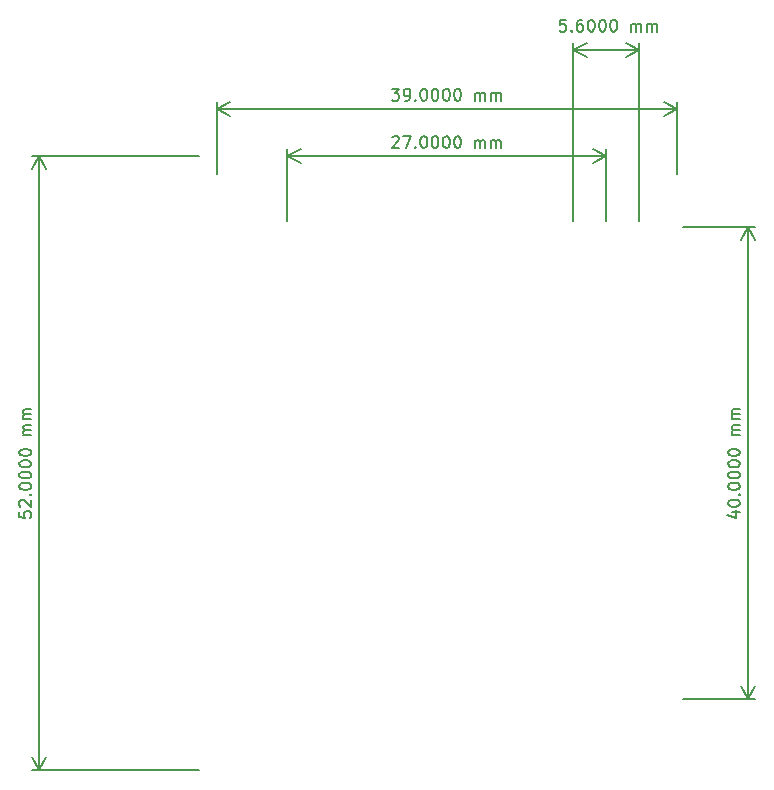
<source format=gbr>
%TF.GenerationSoftware,KiCad,Pcbnew,(6.0.6)*%
%TF.CreationDate,2022-08-24T10:35:02+01:00*%
%TF.ProjectId,board2,626f6172-6432-42e6-9b69-6361645f7063,rev?*%
%TF.SameCoordinates,Original*%
%TF.FileFunction,Other,ECO2*%
%FSLAX46Y46*%
G04 Gerber Fmt 4.6, Leading zero omitted, Abs format (unit mm)*
G04 Created by KiCad (PCBNEW (6.0.6)) date 2022-08-24 10:35:02*
%MOMM*%
%LPD*%
G01*
G04 APERTURE LIST*
%ADD10C,0.150000*%
G04 APERTURE END LIST*
D10*
X85635714Y-99142857D02*
X86302380Y-99142857D01*
X85254761Y-99380952D02*
X85969047Y-99619047D01*
X85969047Y-99000000D01*
X85302380Y-98428571D02*
X85302380Y-98333333D01*
X85350000Y-98238095D01*
X85397619Y-98190476D01*
X85492857Y-98142857D01*
X85683333Y-98095238D01*
X85921428Y-98095238D01*
X86111904Y-98142857D01*
X86207142Y-98190476D01*
X86254761Y-98238095D01*
X86302380Y-98333333D01*
X86302380Y-98428571D01*
X86254761Y-98523809D01*
X86207142Y-98571428D01*
X86111904Y-98619047D01*
X85921428Y-98666666D01*
X85683333Y-98666666D01*
X85492857Y-98619047D01*
X85397619Y-98571428D01*
X85350000Y-98523809D01*
X85302380Y-98428571D01*
X86207142Y-97666666D02*
X86254761Y-97619047D01*
X86302380Y-97666666D01*
X86254761Y-97714285D01*
X86207142Y-97666666D01*
X86302380Y-97666666D01*
X85302380Y-97000000D02*
X85302380Y-96904761D01*
X85350000Y-96809523D01*
X85397619Y-96761904D01*
X85492857Y-96714285D01*
X85683333Y-96666666D01*
X85921428Y-96666666D01*
X86111904Y-96714285D01*
X86207142Y-96761904D01*
X86254761Y-96809523D01*
X86302380Y-96904761D01*
X86302380Y-97000000D01*
X86254761Y-97095238D01*
X86207142Y-97142857D01*
X86111904Y-97190476D01*
X85921428Y-97238095D01*
X85683333Y-97238095D01*
X85492857Y-97190476D01*
X85397619Y-97142857D01*
X85350000Y-97095238D01*
X85302380Y-97000000D01*
X85302380Y-96047619D02*
X85302380Y-95952380D01*
X85350000Y-95857142D01*
X85397619Y-95809523D01*
X85492857Y-95761904D01*
X85683333Y-95714285D01*
X85921428Y-95714285D01*
X86111904Y-95761904D01*
X86207142Y-95809523D01*
X86254761Y-95857142D01*
X86302380Y-95952380D01*
X86302380Y-96047619D01*
X86254761Y-96142857D01*
X86207142Y-96190476D01*
X86111904Y-96238095D01*
X85921428Y-96285714D01*
X85683333Y-96285714D01*
X85492857Y-96238095D01*
X85397619Y-96190476D01*
X85350000Y-96142857D01*
X85302380Y-96047619D01*
X85302380Y-95095238D02*
X85302380Y-95000000D01*
X85350000Y-94904761D01*
X85397619Y-94857142D01*
X85492857Y-94809523D01*
X85683333Y-94761904D01*
X85921428Y-94761904D01*
X86111904Y-94809523D01*
X86207142Y-94857142D01*
X86254761Y-94904761D01*
X86302380Y-95000000D01*
X86302380Y-95095238D01*
X86254761Y-95190476D01*
X86207142Y-95238095D01*
X86111904Y-95285714D01*
X85921428Y-95333333D01*
X85683333Y-95333333D01*
X85492857Y-95285714D01*
X85397619Y-95238095D01*
X85350000Y-95190476D01*
X85302380Y-95095238D01*
X85302380Y-94142857D02*
X85302380Y-94047619D01*
X85350000Y-93952380D01*
X85397619Y-93904761D01*
X85492857Y-93857142D01*
X85683333Y-93809523D01*
X85921428Y-93809523D01*
X86111904Y-93857142D01*
X86207142Y-93904761D01*
X86254761Y-93952380D01*
X86302380Y-94047619D01*
X86302380Y-94142857D01*
X86254761Y-94238095D01*
X86207142Y-94285714D01*
X86111904Y-94333333D01*
X85921428Y-94380952D01*
X85683333Y-94380952D01*
X85492857Y-94333333D01*
X85397619Y-94285714D01*
X85350000Y-94238095D01*
X85302380Y-94142857D01*
X86302380Y-92619047D02*
X85635714Y-92619047D01*
X85730952Y-92619047D02*
X85683333Y-92571428D01*
X85635714Y-92476190D01*
X85635714Y-92333333D01*
X85683333Y-92238095D01*
X85778571Y-92190476D01*
X86302380Y-92190476D01*
X85778571Y-92190476D02*
X85683333Y-92142857D01*
X85635714Y-92047619D01*
X85635714Y-91904761D01*
X85683333Y-91809523D01*
X85778571Y-91761904D01*
X86302380Y-91761904D01*
X86302380Y-91285714D02*
X85635714Y-91285714D01*
X85730952Y-91285714D02*
X85683333Y-91238095D01*
X85635714Y-91142857D01*
X85635714Y-91000000D01*
X85683333Y-90904761D01*
X85778571Y-90857142D01*
X86302380Y-90857142D01*
X85778571Y-90857142D02*
X85683333Y-90809523D01*
X85635714Y-90714285D01*
X85635714Y-90571428D01*
X85683333Y-90476190D01*
X85778571Y-90428571D01*
X86302380Y-90428571D01*
X81500000Y-75000000D02*
X87586420Y-75000000D01*
X81500000Y-115000000D02*
X87586420Y-115000000D01*
X87000000Y-75000000D02*
X87000000Y-115000000D01*
X87000000Y-75000000D02*
X87000000Y-115000000D01*
X87000000Y-75000000D02*
X86413579Y-76126504D01*
X87000000Y-75000000D02*
X87586421Y-76126504D01*
X87000000Y-115000000D02*
X87586421Y-113873496D01*
X87000000Y-115000000D02*
X86413579Y-113873496D01*
X56833333Y-63302380D02*
X57452380Y-63302380D01*
X57119047Y-63683333D01*
X57261904Y-63683333D01*
X57357142Y-63730952D01*
X57404761Y-63778571D01*
X57452380Y-63873809D01*
X57452380Y-64111904D01*
X57404761Y-64207142D01*
X57357142Y-64254761D01*
X57261904Y-64302380D01*
X56976190Y-64302380D01*
X56880952Y-64254761D01*
X56833333Y-64207142D01*
X57928571Y-64302380D02*
X58119047Y-64302380D01*
X58214285Y-64254761D01*
X58261904Y-64207142D01*
X58357142Y-64064285D01*
X58404761Y-63873809D01*
X58404761Y-63492857D01*
X58357142Y-63397619D01*
X58309523Y-63350000D01*
X58214285Y-63302380D01*
X58023809Y-63302380D01*
X57928571Y-63350000D01*
X57880952Y-63397619D01*
X57833333Y-63492857D01*
X57833333Y-63730952D01*
X57880952Y-63826190D01*
X57928571Y-63873809D01*
X58023809Y-63921428D01*
X58214285Y-63921428D01*
X58309523Y-63873809D01*
X58357142Y-63826190D01*
X58404761Y-63730952D01*
X58833333Y-64207142D02*
X58880952Y-64254761D01*
X58833333Y-64302380D01*
X58785714Y-64254761D01*
X58833333Y-64207142D01*
X58833333Y-64302380D01*
X59499999Y-63302380D02*
X59595238Y-63302380D01*
X59690476Y-63350000D01*
X59738095Y-63397619D01*
X59785714Y-63492857D01*
X59833333Y-63683333D01*
X59833333Y-63921428D01*
X59785714Y-64111904D01*
X59738095Y-64207142D01*
X59690476Y-64254761D01*
X59595238Y-64302380D01*
X59499999Y-64302380D01*
X59404761Y-64254761D01*
X59357142Y-64207142D01*
X59309523Y-64111904D01*
X59261904Y-63921428D01*
X59261904Y-63683333D01*
X59309523Y-63492857D01*
X59357142Y-63397619D01*
X59404761Y-63350000D01*
X59499999Y-63302380D01*
X60452380Y-63302380D02*
X60547619Y-63302380D01*
X60642857Y-63350000D01*
X60690476Y-63397619D01*
X60738095Y-63492857D01*
X60785714Y-63683333D01*
X60785714Y-63921428D01*
X60738095Y-64111904D01*
X60690476Y-64207142D01*
X60642857Y-64254761D01*
X60547619Y-64302380D01*
X60452380Y-64302380D01*
X60357142Y-64254761D01*
X60309523Y-64207142D01*
X60261904Y-64111904D01*
X60214285Y-63921428D01*
X60214285Y-63683333D01*
X60261904Y-63492857D01*
X60309523Y-63397619D01*
X60357142Y-63350000D01*
X60452380Y-63302380D01*
X61404761Y-63302380D02*
X61499999Y-63302380D01*
X61595238Y-63350000D01*
X61642857Y-63397619D01*
X61690476Y-63492857D01*
X61738095Y-63683333D01*
X61738095Y-63921428D01*
X61690476Y-64111904D01*
X61642857Y-64207142D01*
X61595238Y-64254761D01*
X61499999Y-64302380D01*
X61404761Y-64302380D01*
X61309523Y-64254761D01*
X61261904Y-64207142D01*
X61214285Y-64111904D01*
X61166666Y-63921428D01*
X61166666Y-63683333D01*
X61214285Y-63492857D01*
X61261904Y-63397619D01*
X61309523Y-63350000D01*
X61404761Y-63302380D01*
X62357142Y-63302380D02*
X62452380Y-63302380D01*
X62547619Y-63350000D01*
X62595238Y-63397619D01*
X62642857Y-63492857D01*
X62690476Y-63683333D01*
X62690476Y-63921428D01*
X62642857Y-64111904D01*
X62595238Y-64207142D01*
X62547619Y-64254761D01*
X62452380Y-64302380D01*
X62357142Y-64302380D01*
X62261904Y-64254761D01*
X62214285Y-64207142D01*
X62166666Y-64111904D01*
X62119047Y-63921428D01*
X62119047Y-63683333D01*
X62166666Y-63492857D01*
X62214285Y-63397619D01*
X62261904Y-63350000D01*
X62357142Y-63302380D01*
X63880952Y-64302380D02*
X63880952Y-63635714D01*
X63880952Y-63730952D02*
X63928571Y-63683333D01*
X64023809Y-63635714D01*
X64166666Y-63635714D01*
X64261904Y-63683333D01*
X64309523Y-63778571D01*
X64309523Y-64302380D01*
X64309523Y-63778571D02*
X64357142Y-63683333D01*
X64452380Y-63635714D01*
X64595238Y-63635714D01*
X64690476Y-63683333D01*
X64738095Y-63778571D01*
X64738095Y-64302380D01*
X65214285Y-64302380D02*
X65214285Y-63635714D01*
X65214285Y-63730952D02*
X65261904Y-63683333D01*
X65357142Y-63635714D01*
X65500000Y-63635714D01*
X65595238Y-63683333D01*
X65642857Y-63778571D01*
X65642857Y-64302380D01*
X65642857Y-63778571D02*
X65690476Y-63683333D01*
X65785714Y-63635714D01*
X65928571Y-63635714D01*
X66023809Y-63683333D01*
X66071428Y-63778571D01*
X66071428Y-64302380D01*
X42000000Y-70500000D02*
X42000000Y-64413580D01*
X81000000Y-70500000D02*
X81000000Y-64413580D01*
X42000000Y-65000000D02*
X81000000Y-65000000D01*
X42000000Y-65000000D02*
X81000000Y-65000000D01*
X42000000Y-65000000D02*
X43126504Y-65586421D01*
X42000000Y-65000000D02*
X43126504Y-64413579D01*
X81000000Y-65000000D02*
X79873496Y-64413579D01*
X81000000Y-65000000D02*
X79873496Y-65586421D01*
X71580952Y-57452380D02*
X71104761Y-57452380D01*
X71057142Y-57928571D01*
X71104761Y-57880952D01*
X71200000Y-57833333D01*
X71438095Y-57833333D01*
X71533333Y-57880952D01*
X71580952Y-57928571D01*
X71628571Y-58023809D01*
X71628571Y-58261904D01*
X71580952Y-58357142D01*
X71533333Y-58404761D01*
X71438095Y-58452380D01*
X71200000Y-58452380D01*
X71104761Y-58404761D01*
X71057142Y-58357142D01*
X72057142Y-58357142D02*
X72104761Y-58404761D01*
X72057142Y-58452380D01*
X72009523Y-58404761D01*
X72057142Y-58357142D01*
X72057142Y-58452380D01*
X72961904Y-57452380D02*
X72771428Y-57452380D01*
X72676190Y-57500000D01*
X72628571Y-57547619D01*
X72533333Y-57690476D01*
X72485714Y-57880952D01*
X72485714Y-58261904D01*
X72533333Y-58357142D01*
X72580952Y-58404761D01*
X72676190Y-58452380D01*
X72866666Y-58452380D01*
X72961904Y-58404761D01*
X73009523Y-58357142D01*
X73057142Y-58261904D01*
X73057142Y-58023809D01*
X73009523Y-57928571D01*
X72961904Y-57880952D01*
X72866666Y-57833333D01*
X72676190Y-57833333D01*
X72580952Y-57880952D01*
X72533333Y-57928571D01*
X72485714Y-58023809D01*
X73676190Y-57452380D02*
X73771428Y-57452380D01*
X73866666Y-57500000D01*
X73914285Y-57547619D01*
X73961904Y-57642857D01*
X74009523Y-57833333D01*
X74009523Y-58071428D01*
X73961904Y-58261904D01*
X73914285Y-58357142D01*
X73866666Y-58404761D01*
X73771428Y-58452380D01*
X73676190Y-58452380D01*
X73580952Y-58404761D01*
X73533333Y-58357142D01*
X73485714Y-58261904D01*
X73438095Y-58071428D01*
X73438095Y-57833333D01*
X73485714Y-57642857D01*
X73533333Y-57547619D01*
X73580952Y-57500000D01*
X73676190Y-57452380D01*
X74628571Y-57452380D02*
X74723809Y-57452380D01*
X74819047Y-57500000D01*
X74866666Y-57547619D01*
X74914285Y-57642857D01*
X74961904Y-57833333D01*
X74961904Y-58071428D01*
X74914285Y-58261904D01*
X74866666Y-58357142D01*
X74819047Y-58404761D01*
X74723809Y-58452380D01*
X74628571Y-58452380D01*
X74533333Y-58404761D01*
X74485714Y-58357142D01*
X74438095Y-58261904D01*
X74390476Y-58071428D01*
X74390476Y-57833333D01*
X74438095Y-57642857D01*
X74485714Y-57547619D01*
X74533333Y-57500000D01*
X74628571Y-57452380D01*
X75580952Y-57452380D02*
X75676190Y-57452380D01*
X75771428Y-57500000D01*
X75819047Y-57547619D01*
X75866666Y-57642857D01*
X75914285Y-57833333D01*
X75914285Y-58071428D01*
X75866666Y-58261904D01*
X75819047Y-58357142D01*
X75771428Y-58404761D01*
X75676190Y-58452380D01*
X75580952Y-58452380D01*
X75485714Y-58404761D01*
X75438095Y-58357142D01*
X75390476Y-58261904D01*
X75342857Y-58071428D01*
X75342857Y-57833333D01*
X75390476Y-57642857D01*
X75438095Y-57547619D01*
X75485714Y-57500000D01*
X75580952Y-57452380D01*
X77104761Y-58452380D02*
X77104761Y-57785714D01*
X77104761Y-57880952D02*
X77152380Y-57833333D01*
X77247619Y-57785714D01*
X77390476Y-57785714D01*
X77485714Y-57833333D01*
X77533333Y-57928571D01*
X77533333Y-58452380D01*
X77533333Y-57928571D02*
X77580952Y-57833333D01*
X77676190Y-57785714D01*
X77819047Y-57785714D01*
X77914285Y-57833333D01*
X77961904Y-57928571D01*
X77961904Y-58452380D01*
X78438095Y-58452380D02*
X78438095Y-57785714D01*
X78438095Y-57880952D02*
X78485714Y-57833333D01*
X78580952Y-57785714D01*
X78723809Y-57785714D01*
X78819047Y-57833333D01*
X78866666Y-57928571D01*
X78866666Y-58452380D01*
X78866666Y-57928571D02*
X78914285Y-57833333D01*
X79009523Y-57785714D01*
X79152380Y-57785714D01*
X79247619Y-57833333D01*
X79295238Y-57928571D01*
X79295238Y-58452380D01*
X72200000Y-74500000D02*
X72200000Y-59413580D01*
X77800000Y-74500000D02*
X77800000Y-59413580D01*
X72200000Y-60000000D02*
X77800000Y-60000000D01*
X72200000Y-60000000D02*
X77800000Y-60000000D01*
X72200000Y-60000000D02*
X73326504Y-60586421D01*
X72200000Y-60000000D02*
X73326504Y-59413579D01*
X77800000Y-60000000D02*
X76673496Y-59413579D01*
X77800000Y-60000000D02*
X76673496Y-60586421D01*
X25302380Y-99095238D02*
X25302380Y-99571428D01*
X25778571Y-99619047D01*
X25730952Y-99571428D01*
X25683333Y-99476190D01*
X25683333Y-99238095D01*
X25730952Y-99142857D01*
X25778571Y-99095238D01*
X25873809Y-99047619D01*
X26111904Y-99047619D01*
X26207142Y-99095238D01*
X26254761Y-99142857D01*
X26302380Y-99238095D01*
X26302380Y-99476190D01*
X26254761Y-99571428D01*
X26207142Y-99619047D01*
X25397619Y-98666666D02*
X25350000Y-98619047D01*
X25302380Y-98523809D01*
X25302380Y-98285714D01*
X25350000Y-98190476D01*
X25397619Y-98142857D01*
X25492857Y-98095238D01*
X25588095Y-98095238D01*
X25730952Y-98142857D01*
X26302380Y-98714285D01*
X26302380Y-98095238D01*
X26207142Y-97666666D02*
X26254761Y-97619047D01*
X26302380Y-97666666D01*
X26254761Y-97714285D01*
X26207142Y-97666666D01*
X26302380Y-97666666D01*
X25302380Y-97000000D02*
X25302380Y-96904761D01*
X25350000Y-96809523D01*
X25397619Y-96761904D01*
X25492857Y-96714285D01*
X25683333Y-96666666D01*
X25921428Y-96666666D01*
X26111904Y-96714285D01*
X26207142Y-96761904D01*
X26254761Y-96809523D01*
X26302380Y-96904761D01*
X26302380Y-97000000D01*
X26254761Y-97095238D01*
X26207142Y-97142857D01*
X26111904Y-97190476D01*
X25921428Y-97238095D01*
X25683333Y-97238095D01*
X25492857Y-97190476D01*
X25397619Y-97142857D01*
X25350000Y-97095238D01*
X25302380Y-97000000D01*
X25302380Y-96047619D02*
X25302380Y-95952380D01*
X25350000Y-95857142D01*
X25397619Y-95809523D01*
X25492857Y-95761904D01*
X25683333Y-95714285D01*
X25921428Y-95714285D01*
X26111904Y-95761904D01*
X26207142Y-95809523D01*
X26254761Y-95857142D01*
X26302380Y-95952380D01*
X26302380Y-96047619D01*
X26254761Y-96142857D01*
X26207142Y-96190476D01*
X26111904Y-96238095D01*
X25921428Y-96285714D01*
X25683333Y-96285714D01*
X25492857Y-96238095D01*
X25397619Y-96190476D01*
X25350000Y-96142857D01*
X25302380Y-96047619D01*
X25302380Y-95095238D02*
X25302380Y-95000000D01*
X25350000Y-94904761D01*
X25397619Y-94857142D01*
X25492857Y-94809523D01*
X25683333Y-94761904D01*
X25921428Y-94761904D01*
X26111904Y-94809523D01*
X26207142Y-94857142D01*
X26254761Y-94904761D01*
X26302380Y-95000000D01*
X26302380Y-95095238D01*
X26254761Y-95190476D01*
X26207142Y-95238095D01*
X26111904Y-95285714D01*
X25921428Y-95333333D01*
X25683333Y-95333333D01*
X25492857Y-95285714D01*
X25397619Y-95238095D01*
X25350000Y-95190476D01*
X25302380Y-95095238D01*
X25302380Y-94142857D02*
X25302380Y-94047619D01*
X25350000Y-93952380D01*
X25397619Y-93904761D01*
X25492857Y-93857142D01*
X25683333Y-93809523D01*
X25921428Y-93809523D01*
X26111904Y-93857142D01*
X26207142Y-93904761D01*
X26254761Y-93952380D01*
X26302380Y-94047619D01*
X26302380Y-94142857D01*
X26254761Y-94238095D01*
X26207142Y-94285714D01*
X26111904Y-94333333D01*
X25921428Y-94380952D01*
X25683333Y-94380952D01*
X25492857Y-94333333D01*
X25397619Y-94285714D01*
X25350000Y-94238095D01*
X25302380Y-94142857D01*
X26302380Y-92619047D02*
X25635714Y-92619047D01*
X25730952Y-92619047D02*
X25683333Y-92571428D01*
X25635714Y-92476190D01*
X25635714Y-92333333D01*
X25683333Y-92238095D01*
X25778571Y-92190476D01*
X26302380Y-92190476D01*
X25778571Y-92190476D02*
X25683333Y-92142857D01*
X25635714Y-92047619D01*
X25635714Y-91904761D01*
X25683333Y-91809523D01*
X25778571Y-91761904D01*
X26302380Y-91761904D01*
X26302380Y-91285714D02*
X25635714Y-91285714D01*
X25730952Y-91285714D02*
X25683333Y-91238095D01*
X25635714Y-91142857D01*
X25635714Y-91000000D01*
X25683333Y-90904761D01*
X25778571Y-90857142D01*
X26302380Y-90857142D01*
X25778571Y-90857142D02*
X25683333Y-90809523D01*
X25635714Y-90714285D01*
X25635714Y-90571428D01*
X25683333Y-90476190D01*
X25778571Y-90428571D01*
X26302380Y-90428571D01*
X40500000Y-69000000D02*
X26413580Y-69000000D01*
X40500000Y-121000000D02*
X26413580Y-121000000D01*
X27000000Y-69000000D02*
X27000000Y-121000000D01*
X27000000Y-69000000D02*
X27000000Y-121000000D01*
X27000000Y-69000000D02*
X26413579Y-70126504D01*
X27000000Y-69000000D02*
X27586421Y-70126504D01*
X27000000Y-121000000D02*
X27586421Y-119873496D01*
X27000000Y-121000000D02*
X26413579Y-119873496D01*
X56880952Y-67397619D02*
X56928571Y-67350000D01*
X57023809Y-67302380D01*
X57261904Y-67302380D01*
X57357142Y-67350000D01*
X57404761Y-67397619D01*
X57452380Y-67492857D01*
X57452380Y-67588095D01*
X57404761Y-67730952D01*
X56833333Y-68302380D01*
X57452380Y-68302380D01*
X57785714Y-67302380D02*
X58452380Y-67302380D01*
X58023809Y-68302380D01*
X58833333Y-68207142D02*
X58880952Y-68254761D01*
X58833333Y-68302380D01*
X58785714Y-68254761D01*
X58833333Y-68207142D01*
X58833333Y-68302380D01*
X59499999Y-67302380D02*
X59595238Y-67302380D01*
X59690476Y-67350000D01*
X59738095Y-67397619D01*
X59785714Y-67492857D01*
X59833333Y-67683333D01*
X59833333Y-67921428D01*
X59785714Y-68111904D01*
X59738095Y-68207142D01*
X59690476Y-68254761D01*
X59595238Y-68302380D01*
X59499999Y-68302380D01*
X59404761Y-68254761D01*
X59357142Y-68207142D01*
X59309523Y-68111904D01*
X59261904Y-67921428D01*
X59261904Y-67683333D01*
X59309523Y-67492857D01*
X59357142Y-67397619D01*
X59404761Y-67350000D01*
X59499999Y-67302380D01*
X60452380Y-67302380D02*
X60547619Y-67302380D01*
X60642857Y-67350000D01*
X60690476Y-67397619D01*
X60738095Y-67492857D01*
X60785714Y-67683333D01*
X60785714Y-67921428D01*
X60738095Y-68111904D01*
X60690476Y-68207142D01*
X60642857Y-68254761D01*
X60547619Y-68302380D01*
X60452380Y-68302380D01*
X60357142Y-68254761D01*
X60309523Y-68207142D01*
X60261904Y-68111904D01*
X60214285Y-67921428D01*
X60214285Y-67683333D01*
X60261904Y-67492857D01*
X60309523Y-67397619D01*
X60357142Y-67350000D01*
X60452380Y-67302380D01*
X61404761Y-67302380D02*
X61499999Y-67302380D01*
X61595238Y-67350000D01*
X61642857Y-67397619D01*
X61690476Y-67492857D01*
X61738095Y-67683333D01*
X61738095Y-67921428D01*
X61690476Y-68111904D01*
X61642857Y-68207142D01*
X61595238Y-68254761D01*
X61499999Y-68302380D01*
X61404761Y-68302380D01*
X61309523Y-68254761D01*
X61261904Y-68207142D01*
X61214285Y-68111904D01*
X61166666Y-67921428D01*
X61166666Y-67683333D01*
X61214285Y-67492857D01*
X61261904Y-67397619D01*
X61309523Y-67350000D01*
X61404761Y-67302380D01*
X62357142Y-67302380D02*
X62452380Y-67302380D01*
X62547619Y-67350000D01*
X62595238Y-67397619D01*
X62642857Y-67492857D01*
X62690476Y-67683333D01*
X62690476Y-67921428D01*
X62642857Y-68111904D01*
X62595238Y-68207142D01*
X62547619Y-68254761D01*
X62452380Y-68302380D01*
X62357142Y-68302380D01*
X62261904Y-68254761D01*
X62214285Y-68207142D01*
X62166666Y-68111904D01*
X62119047Y-67921428D01*
X62119047Y-67683333D01*
X62166666Y-67492857D01*
X62214285Y-67397619D01*
X62261904Y-67350000D01*
X62357142Y-67302380D01*
X63880952Y-68302380D02*
X63880952Y-67635714D01*
X63880952Y-67730952D02*
X63928571Y-67683333D01*
X64023809Y-67635714D01*
X64166666Y-67635714D01*
X64261904Y-67683333D01*
X64309523Y-67778571D01*
X64309523Y-68302380D01*
X64309523Y-67778571D02*
X64357142Y-67683333D01*
X64452380Y-67635714D01*
X64595238Y-67635714D01*
X64690476Y-67683333D01*
X64738095Y-67778571D01*
X64738095Y-68302380D01*
X65214285Y-68302380D02*
X65214285Y-67635714D01*
X65214285Y-67730952D02*
X65261904Y-67683333D01*
X65357142Y-67635714D01*
X65500000Y-67635714D01*
X65595238Y-67683333D01*
X65642857Y-67778571D01*
X65642857Y-68302380D01*
X65642857Y-67778571D02*
X65690476Y-67683333D01*
X65785714Y-67635714D01*
X65928571Y-67635714D01*
X66023809Y-67683333D01*
X66071428Y-67778571D01*
X66071428Y-68302380D01*
X48000000Y-74500000D02*
X48000000Y-68413580D01*
X75000000Y-74500000D02*
X75000000Y-68413580D01*
X48000000Y-69000000D02*
X75000000Y-69000000D01*
X48000000Y-69000000D02*
X75000000Y-69000000D01*
X48000000Y-69000000D02*
X49126504Y-69586421D01*
X48000000Y-69000000D02*
X49126504Y-68413579D01*
X75000000Y-69000000D02*
X73873496Y-68413579D01*
X75000000Y-69000000D02*
X73873496Y-69586421D01*
M02*

</source>
